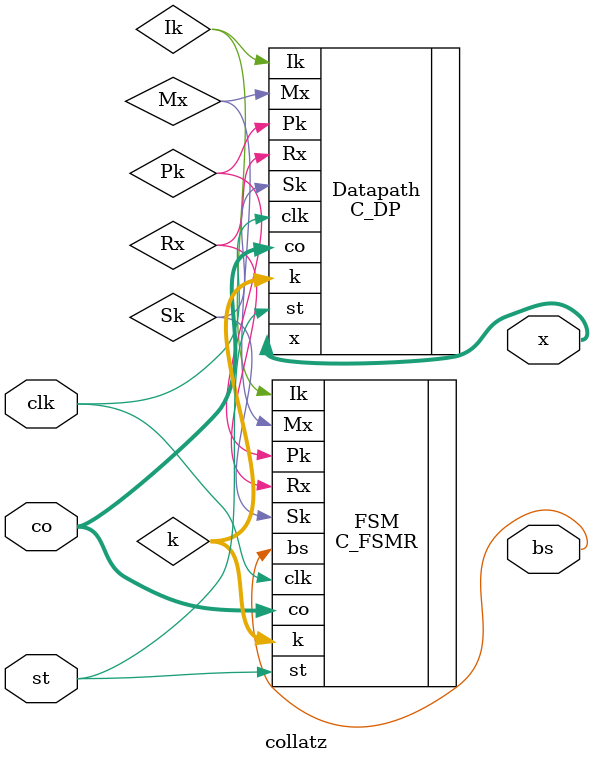
<source format=v>
`timescale 1ns / 1ps

module collatz(

    input [15:0] co, //Número de entrada
    input st, //Start
    input clk, //Señal de Reloj
    output [15:0] x, //Órbita 
    output bs //Señal Busy/Ocupado
    );
    wire Mx, Rx, Ik, Pk, Sk; //Salidas de la máquina de estados
    wire [19:0]k; //Valor actual de la sucesión
    
    C_DP Datapath ( //Conexión con el datapath
        .clk(clk),
        .co(co),
        .st(st),
        .x(x),
        .k(k),
        
        .Mx(Mx),
        .Rx(Rx),
        .Ik(Ik),
        .Pk(Pk),
        .Sk(Sk)

    );
    
    C_FSMR FSM ( //Finite state machine
        .clk(clk),
        .co(co),
        .st(st),
        .k(k),
        
        .Mx(Mx),
        .Rx(Rx),
        .Ik(Ik),
        .Pk(Pk),
        .Sk(Sk),
        .bs(bs)
    );
    
endmodule

</source>
